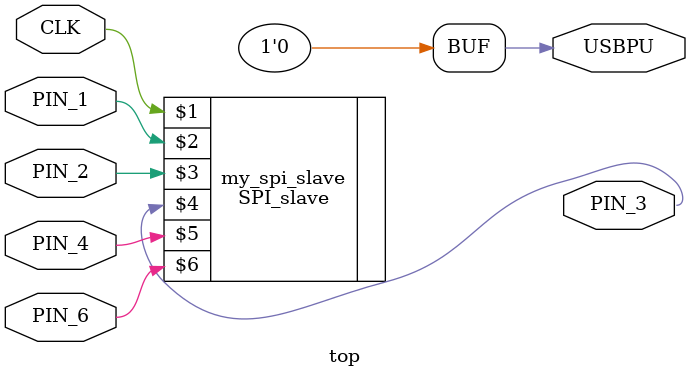
<source format=v>
module top (
    input CLK,    // 16MHz clock
    input PIN_1,
    input PIN_2,
    output PIN_3,
    input PIN_4,
    input PIN_6,
    output USBPU  // USB pull-up resistor
);
    // drive USB pull-up resistor to '0' to disable USB
    assign USBPU = 0;


    // use pins on the left  side of the board.
    // SPI_SCK = PIN_1
    // SPI_MOSI = PIN_2
    // SPI_MISO = PIN_3
    // SPI_SSEL = PIN_4
    // reset = PIN_6
    SPI_slave my_spi_slave(CLK, PIN_1, PIN_2, PIN_3, PIN_4, PIN_6);
endmodule

</source>
